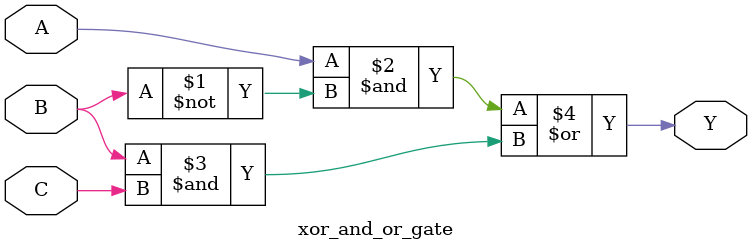
<source format=sv>
module xor_and_or_gate (
    input wire A, B, C,   // 输入A, B, C
    output wire Y         // 输出Y
);
    // 布尔表达式简化实现
    // 原始功能: Y = (A ^ B) & (A | C)
    // 布尔代数展开：Y = (A&~B | ~A&B) & (A | C)
    // 代入分配律: Y = (A&~B)&(A|C) | (~A&B)&(A|C)
    // 化简: Y = A&~B&(A|C) | ~A&B&(A|C)
    // 进一步: Y = A&~B | ~A&B&(A|C)
    // 由于A&~A=0，简化为: Y = A&~B | B&C
    
    assign Y = (A & ~B) | (B & C);
endmodule
</source>
